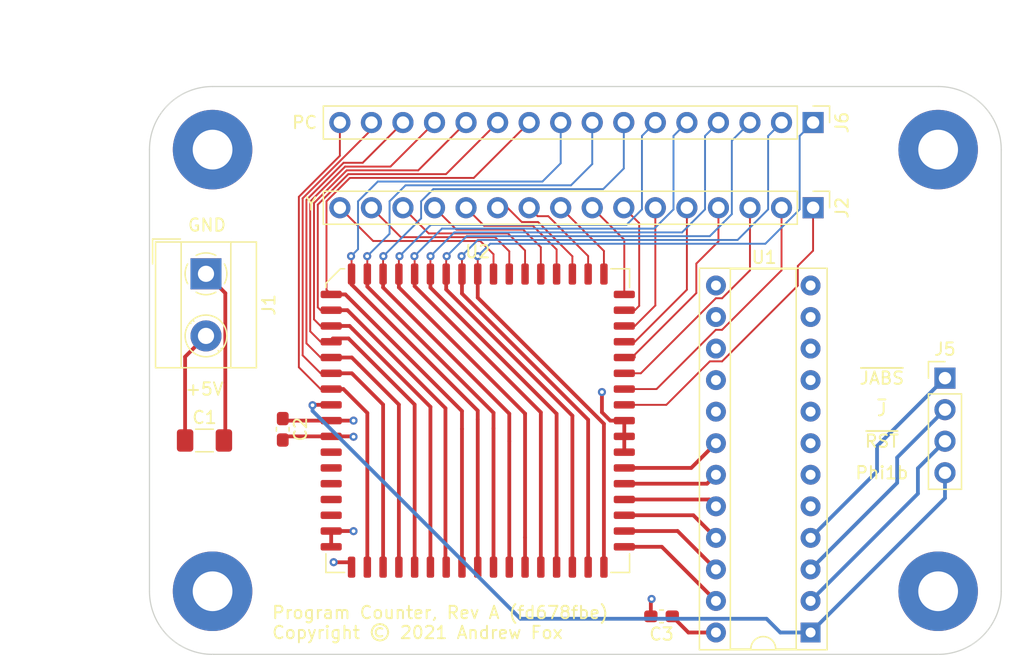
<source format=kicad_pcb>
(kicad_pcb (version 20171130) (host pcbnew "(5.1.9-0-10_14)")
  (title_block (title "Turtle16: Program Counter Prototype") (date 2021-03-31) (rev "A (fd678fbe)") (comment 4 "Prototype of the Turtle16 computer program counter"))
  (layers (0 F.Cu signal) (1 In1.Cu power hide) (2 In2.Cu signal hide) (31 B.Cu signal) (34 B.Paste user) (35 F.Paste user) (36 B.SilkS user) (37 F.SilkS user) (38 B.Mask user) (39 F.Mask user) (44 Edge.Cuts user))
  (net 0 "")
  (net 1 GND)
  (net 2 VCC)
  (net 3 Phi1b)
  (net 4 /Y_EX15)
  (net 5 /Y_EX14)
  (net 6 /Y_EX13)
  (net 7 /Y_EX12)
  (net 8 /Y_EX11)
  (net 9 /Y_EX10)
  (net 10 /Y_EX9)
  (net 11 /Y_EX8)
  (net 12 /Y_EX7)
  (net 13 /Y_EX6)
  (net 14 /Y_EX5)
  (net 15 /Y_EX4)
  (net 16 /Y_EX3)
  (net 17 /Y_EX2)
  (net 18 /Y_EX1)
  (net 19 /Y_EX0)
  (net 20 /sheet606491AF/~J)
  (net 21 /sheet606491AF/~JABS)
  (net 22 /sheet606491AF/~RST)
  (net 23 /PC15)
  (net 24 /PC14)
  (net 25 /PC13)
  (net 26 /PC12)
  (net 27 /PC11)
  (net 28 /PC10)
  (net 29 /PC9)
  (net 30 /PC8)
  (net 31 /PC7)
  (net 32 /PC6)
  (net 33 /PC5)
  (net 34 /PC4)
  (net 35 /PC3)
  (net 36 /PC2)
  (net 37 /PC1)
  (net 38 /PC0)
  (net 39 "Net-(U1-Pad23)")
  (net 40 "Net-(U1-Pad22)")
  (net 41 "Net-(U1-Pad21)")
  (net 42 "Net-(U1-Pad20)")
  (net 43 "Net-(U1-Pad19)")
  (net 44 "Net-(U1-Pad18)")
  (module Connector_PinHeader_2.54mm:PinHeader_1x04_P2.54mm_Vertical (layer F.Cu) (at 175.26 96.52)
    (fp_text reference J5 (at 0 -2.33) (layer F.SilkS))
    (fp_text value Ctl)
    (fp_line (start -1.33 -1.33) (end 0 -1.33) (layer F.SilkS) (width 0.12))
    (fp_line (start -1.33 0) (end -1.33 -1.33) (layer F.SilkS) (width 0.12))
    (fp_line (start -1.33 1.27) (end 1.33 1.27) (layer F.SilkS) (width 0.12))
    (fp_line (start 1.33 1.27) (end 1.33 8.95) (layer F.SilkS) (width 0.12))
    (fp_line (start -1.33 1.27) (end -1.33 8.95) (layer F.SilkS) (width 0.12))
    (fp_line (start -1.33 8.95) (end 1.33 8.95) (layer F.SilkS) (width 0.12))
    (pad 4 thru_hole oval (at 0 7.62) (size 1.7 1.7) (drill 1) (layers *.Cu *.Mask) (net 3 Phi1b))
    (pad 3 thru_hole oval (at 0 5.08) (size 1.7 1.7) (drill 1) (layers *.Cu *.Mask) (net 22 /sheet606491AF/~RST))
    (pad 2 thru_hole oval (at 0 2.54) (size 1.7 1.7) (drill 1) (layers *.Cu *.Mask) (net 20 /sheet606491AF/~J))
    (pad 1 thru_hole rect (at 0 0) (size 1.7 1.7) (drill 1) (layers *.Cu *.Mask) (net 21 /sheet606491AF/~JABS))
  )
  (module Package_LCC:PLCC-68_24.2x24.2mm_P1.27mm (layer F.Cu) (at 137.64 99.94)
    (fp_text reference U2 (at 0 -13.6) (layer F.SilkS))
    (fp_text value IDT7381)
    (fp_line (start -12.2258 -11.050582) (end -12.2258 -10.72) (layer F.SilkS) (width 0.12))
    (fp_line (start -11.050582 -12.2258) (end -12.2258 -11.050582) (layer F.SilkS) (width 0.12))
    (fp_line (start -10.72 -12.2258) (end -11.050582 -12.2258) (layer F.SilkS) (width 0.12))
    (fp_line (start 12.2258 12.2258) (end 12.2258 10.72) (layer F.SilkS) (width 0.12))
    (fp_line (start 10.72 12.2258) (end 12.2258 12.2258) (layer F.SilkS) (width 0.12))
    (fp_line (start -12.2258 12.2258) (end -12.2258 10.72) (layer F.SilkS) (width 0.12))
    (fp_line (start -10.72 12.2258) (end -12.2258 12.2258) (layer F.SilkS) (width 0.12))
    (fp_line (start 12.2258 -12.2258) (end 12.2258 -10.72) (layer F.SilkS) (width 0.12))
    (fp_line (start 10.72 -12.2258) (end 12.2258 -12.2258) (layer F.SilkS) (width 0.12))
    (pad 68 smd roundrect (at 1.27 -11.8) (size 0.6 1.7) (layers F.Cu F.Paste F.Mask) (net 4 /Y_EX15))
    (pad 67 smd roundrect (at 2.54 -11.8) (size 0.6 1.7) (layers F.Cu F.Paste F.Mask) (net 5 /Y_EX14))
    (pad 66 smd roundrect (at 3.81 -11.8) (size 0.6 1.7) (layers F.Cu F.Paste F.Mask) (net 6 /Y_EX13))
    (pad 65 smd roundrect (at 5.08 -11.8) (size 0.6 1.7) (layers F.Cu F.Paste F.Mask) (net 7 /Y_EX12))
    (pad 64 smd roundrect (at 6.35 -11.8) (size 0.6 1.7) (layers F.Cu F.Paste F.Mask) (net 8 /Y_EX11))
    (pad 63 smd roundrect (at 7.62 -11.8) (size 0.6 1.7) (layers F.Cu F.Paste F.Mask) (net 9 /Y_EX10))
    (pad 62 smd roundrect (at 8.89 -11.8) (size 0.6 1.7) (layers F.Cu F.Paste F.Mask) (net 10 /Y_EX9))
    (pad 61 smd roundrect (at 10.16 -11.8) (size 0.6 1.7) (layers F.Cu F.Paste F.Mask) (net 11 /Y_EX8))
    (pad 60 smd roundrect (at 11.8 -10.16) (size 1.7 0.6) (layers F.Cu F.Paste F.Mask) (net 12 /Y_EX7))
    (pad 59 smd roundrect (at 11.8 -8.89) (size 1.7 0.6) (layers F.Cu F.Paste F.Mask) (net 13 /Y_EX6))
    (pad 58 smd roundrect (at 11.8 -7.62) (size 1.7 0.6) (layers F.Cu F.Paste F.Mask) (net 14 /Y_EX5))
    (pad 57 smd roundrect (at 11.8 -6.35) (size 1.7 0.6) (layers F.Cu F.Paste F.Mask) (net 15 /Y_EX4))
    (pad 56 smd roundrect (at 11.8 -5.08) (size 1.7 0.6) (layers F.Cu F.Paste F.Mask) (net 16 /Y_EX3))
    (pad 55 smd roundrect (at 11.8 -3.81) (size 1.7 0.6) (layers F.Cu F.Paste F.Mask) (net 17 /Y_EX2))
    (pad 54 smd roundrect (at 11.8 -2.54) (size 1.7 0.6) (layers F.Cu F.Paste F.Mask) (net 18 /Y_EX1))
    (pad 53 smd roundrect (at 11.8 -1.27) (size 1.7 0.6) (layers F.Cu F.Paste F.Mask) (net 19 /Y_EX0))
    (pad 52 smd roundrect (at 11.8 0) (size 1.7 0.6) (layers F.Cu F.Paste F.Mask) (net 1 GND))
    (pad 51 smd roundrect (at 11.8 1.27) (size 1.7 0.6) (layers F.Cu F.Paste F.Mask) (net 1 GND))
    (pad 50 smd roundrect (at 11.8 2.54) (size 1.7 0.6) (layers F.Cu F.Paste F.Mask) (net 1 GND))
    (pad 49 smd roundrect (at 11.8 3.81) (size 1.7 0.6) (layers F.Cu F.Paste F.Mask) (net 44 "Net-(U1-Pad18)"))
    (pad 48 smd roundrect (at 11.8 5.08) (size 1.7 0.6) (layers F.Cu F.Paste F.Mask) (net 43 "Net-(U1-Pad19)"))
    (pad 47 smd roundrect (at 11.8 6.35) (size 1.7 0.6) (layers F.Cu F.Paste F.Mask) (net 42 "Net-(U1-Pad20)"))
    (pad 46 smd roundrect (at 11.8 7.62) (size 1.7 0.6) (layers F.Cu F.Paste F.Mask) (net 41 "Net-(U1-Pad21)"))
    (pad 45 smd roundrect (at 11.8 8.89) (size 1.7 0.6) (layers F.Cu F.Paste F.Mask) (net 40 "Net-(U1-Pad22)"))
    (pad 44 smd roundrect (at 11.8 10.16) (size 1.7 0.6) (layers F.Cu F.Paste F.Mask) (net 39 "Net-(U1-Pad23)"))
    (pad 43 smd roundrect (at 10.16 11.8) (size 0.6 1.7) (layers F.Cu F.Paste F.Mask) (net 38 /PC0))
    (pad 42 smd roundrect (at 8.89 11.8) (size 0.6 1.7) (layers F.Cu F.Paste F.Mask) (net 37 /PC1))
    (pad 41 smd roundrect (at 7.62 11.8) (size 0.6 1.7) (layers F.Cu F.Paste F.Mask) (net 36 /PC2))
    (pad 40 smd roundrect (at 6.35 11.8) (size 0.6 1.7) (layers F.Cu F.Paste F.Mask) (net 35 /PC3))
    (pad 39 smd roundrect (at 5.08 11.8) (size 0.6 1.7) (layers F.Cu F.Paste F.Mask) (net 34 /PC4))
    (pad 38 smd roundrect (at 3.81 11.8) (size 0.6 1.7) (layers F.Cu F.Paste F.Mask) (net 33 /PC5))
    (pad 37 smd roundrect (at 2.54 11.8) (size 0.6 1.7) (layers F.Cu F.Paste F.Mask) (net 32 /PC6))
    (pad 36 smd roundrect (at 1.27 11.8) (size 0.6 1.7) (layers F.Cu F.Paste F.Mask) (net 31 /PC7))
    (pad 35 smd roundrect (at 0 11.8) (size 0.6 1.7) (layers F.Cu F.Paste F.Mask) (net 30 /PC8))
    (pad 34 smd roundrect (at -1.27 11.8) (size 0.6 1.7) (layers F.Cu F.Paste F.Mask) (net 29 /PC9))
    (pad 33 smd roundrect (at -2.54 11.8) (size 0.6 1.7) (layers F.Cu F.Paste F.Mask) (net 28 /PC10))
    (pad 32 smd roundrect (at -3.81 11.8) (size 0.6 1.7) (layers F.Cu F.Paste F.Mask) (net 27 /PC11))
    (pad 31 smd roundrect (at -5.08 11.8) (size 0.6 1.7) (layers F.Cu F.Paste F.Mask) (net 26 /PC12))
    (pad 30 smd roundrect (at -6.35 11.8) (size 0.6 1.7) (layers F.Cu F.Paste F.Mask) (net 25 /PC13))
    (pad 29 smd roundrect (at -7.62 11.8) (size 0.6 1.7) (layers F.Cu F.Paste F.Mask) (net 24 /PC14))
    (pad 28 smd roundrect (at -8.89 11.8) (size 0.6 1.7) (layers F.Cu F.Paste F.Mask) (net 23 /PC15))
    (pad 27 smd roundrect (at -10.16 11.8) (size 0.6 1.7) (layers F.Cu F.Paste F.Mask) (net 1 GND))
    (pad 26 smd roundrect (at -11.8 10.16) (size 1.7 0.6) (layers F.Cu F.Paste F.Mask) (net 2 VCC))
    (pad 25 smd roundrect (at -11.8 8.89) (size 1.7 0.6) (layers F.Cu F.Paste F.Mask) (net 2 VCC))
    (pad 24 smd roundrect (at -11.8 7.62) (size 1.7 0.6) (layers F.Cu F.Paste F.Mask))
    (pad 23 smd roundrect (at -11.8 6.35) (size 1.7 0.6) (layers F.Cu F.Paste F.Mask))
    (pad 22 smd roundrect (at -11.8 5.08) (size 1.7 0.6) (layers F.Cu F.Paste F.Mask))
    (pad 21 smd roundrect (at -11.8 3.81) (size 1.7 0.6) (layers F.Cu F.Paste F.Mask))
    (pad 20 smd roundrect (at -11.8 2.54) (size 1.7 0.6) (layers F.Cu F.Paste F.Mask))
    (pad 19 smd roundrect (at -11.8 1.27) (size 1.7 0.6) (layers F.Cu F.Paste F.Mask) (net 1 GND))
    (pad 18 smd roundrect (at -11.8 0) (size 1.7 0.6) (layers F.Cu F.Paste F.Mask) (net 2 VCC))
    (pad 17 smd roundrect (at -11.8 -1.27) (size 1.7 0.6) (layers F.Cu F.Paste F.Mask) (net 3 Phi1b))
    (pad 16 smd roundrect (at -11.8 -2.54) (size 1.7 0.6) (layers F.Cu F.Paste F.Mask) (net 23 /PC15))
    (pad 15 smd roundrect (at -11.8 -3.81) (size 1.7 0.6) (layers F.Cu F.Paste F.Mask) (net 24 /PC14))
    (pad 14 smd roundrect (at -11.8 -5.08) (size 1.7 0.6) (layers F.Cu F.Paste F.Mask) (net 25 /PC13))
    (pad 13 smd roundrect (at -11.8 -6.35) (size 1.7 0.6) (layers F.Cu F.Paste F.Mask) (net 26 /PC12))
    (pad 12 smd roundrect (at -11.8 -7.62) (size 1.7 0.6) (layers F.Cu F.Paste F.Mask) (net 27 /PC11))
    (pad 11 smd roundrect (at -11.8 -8.89) (size 1.7 0.6) (layers F.Cu F.Paste F.Mask) (net 28 /PC10))
    (pad 10 smd roundrect (at -11.8 -10.16) (size 1.7 0.6) (layers F.Cu F.Paste F.Mask) (net 29 /PC9))
    (pad 9 smd roundrect (at -10.16 -11.8) (size 0.6 1.7) (layers F.Cu F.Paste F.Mask) (net 30 /PC8))
    (pad 8 smd roundrect (at -8.89 -11.8) (size 0.6 1.7) (layers F.Cu F.Paste F.Mask) (net 31 /PC7))
    (pad 7 smd roundrect (at -7.62 -11.8) (size 0.6 1.7) (layers F.Cu F.Paste F.Mask) (net 32 /PC6))
    (pad 6 smd roundrect (at -6.35 -11.8) (size 0.6 1.7) (layers F.Cu F.Paste F.Mask) (net 33 /PC5))
    (pad 5 smd roundrect (at -5.08 -11.8) (size 0.6 1.7) (layers F.Cu F.Paste F.Mask) (net 34 /PC4))
    (pad 4 smd roundrect (at -3.81 -11.8) (size 0.6 1.7) (layers F.Cu F.Paste F.Mask) (net 35 /PC3))
    (pad 3 smd roundrect (at -2.54 -11.8) (size 0.6 1.7) (layers F.Cu F.Paste F.Mask) (net 36 /PC2))
    (pad 2 smd roundrect (at -1.27 -11.8) (size 0.6 1.7) (layers F.Cu F.Paste F.Mask) (net 37 /PC1))
    (pad 1 smd roundrect (at 0 -11.8) (size 0.6 1.7) (layers F.Cu F.Paste F.Mask) (net 38 /PC0))
  )
  (module Package_DIP:DIP-24_W7.62mm_Socket (layer F.Cu) (at 164.44 117 180)
    (fp_text reference U1 (at 3.74 30.2) (layer F.SilkS))
    (fp_text value ATF22V10C-7PX)
    (fp_line (start 8.95 -1.39) (end -1.33 -1.39) (layer F.SilkS) (width 0.12))
    (fp_line (start 8.95 29.33) (end 8.95 -1.39) (layer F.SilkS) (width 0.12))
    (fp_line (start -1.33 29.33) (end 8.95 29.33) (layer F.SilkS) (width 0.12))
    (fp_line (start -1.33 -1.39) (end -1.33 29.33) (layer F.SilkS) (width 0.12))
    (fp_line (start 6.46 -1.33) (end 4.81 -1.33) (layer F.SilkS) (width 0.12))
    (fp_line (start 6.46 29.27) (end 6.46 -1.33) (layer F.SilkS) (width 0.12))
    (fp_line (start 1.16 29.27) (end 6.46 29.27) (layer F.SilkS) (width 0.12))
    (fp_line (start 1.16 -1.33) (end 1.16 29.27) (layer F.SilkS) (width 0.12))
    (fp_line (start 2.81 -1.33) (end 1.16 -1.33) (layer F.SilkS) (width 0.12))
    (fp_arc (start 3.81 -1.33) (end 2.81 -1.33) (angle -180) (layer F.SilkS) (width 0.12))
    (pad 24 thru_hole oval (at 7.62 0 180) (size 1.6 1.6) (drill 0.8) (layers *.Cu *.Mask) (net 2 VCC))
    (pad 12 thru_hole oval (at 0 27.94 180) (size 1.6 1.6) (drill 0.8) (layers *.Cu *.Mask) (net 1 GND))
    (pad 23 thru_hole oval (at 7.62 2.54 180) (size 1.6 1.6) (drill 0.8) (layers *.Cu *.Mask) (net 39 "Net-(U1-Pad23)"))
    (pad 11 thru_hole oval (at 0 25.4 180) (size 1.6 1.6) (drill 0.8) (layers *.Cu *.Mask))
    (pad 22 thru_hole oval (at 7.62 5.08 180) (size 1.6 1.6) (drill 0.8) (layers *.Cu *.Mask) (net 40 "Net-(U1-Pad22)"))
    (pad 10 thru_hole oval (at 0 22.86 180) (size 1.6 1.6) (drill 0.8) (layers *.Cu *.Mask))
    (pad 21 thru_hole oval (at 7.62 7.62 180) (size 1.6 1.6) (drill 0.8) (layers *.Cu *.Mask) (net 41 "Net-(U1-Pad21)"))
    (pad 9 thru_hole oval (at 0 20.32 180) (size 1.6 1.6) (drill 0.8) (layers *.Cu *.Mask))
    (pad 20 thru_hole oval (at 7.62 10.16 180) (size 1.6 1.6) (drill 0.8) (layers *.Cu *.Mask) (net 42 "Net-(U1-Pad20)"))
    (pad 8 thru_hole oval (at 0 17.78 180) (size 1.6 1.6) (drill 0.8) (layers *.Cu *.Mask) (net 1 GND))
    (pad 19 thru_hole oval (at 7.62 12.7 180) (size 1.6 1.6) (drill 0.8) (layers *.Cu *.Mask) (net 43 "Net-(U1-Pad19)"))
    (pad 7 thru_hole oval (at 0 15.24 180) (size 1.6 1.6) (drill 0.8) (layers *.Cu *.Mask))
    (pad 18 thru_hole oval (at 7.62 15.24 180) (size 1.6 1.6) (drill 0.8) (layers *.Cu *.Mask) (net 44 "Net-(U1-Pad18)"))
    (pad 6 thru_hole oval (at 0 12.7 180) (size 1.6 1.6) (drill 0.8) (layers *.Cu *.Mask))
    (pad 17 thru_hole oval (at 7.62 17.78 180) (size 1.6 1.6) (drill 0.8) (layers *.Cu *.Mask))
    (pad 5 thru_hole oval (at 0 10.16 180) (size 1.6 1.6) (drill 0.8) (layers *.Cu *.Mask))
    (pad 16 thru_hole oval (at 7.62 20.32 180) (size 1.6 1.6) (drill 0.8) (layers *.Cu *.Mask))
    (pad 4 thru_hole oval (at 0 7.62 180) (size 1.6 1.6) (drill 0.8) (layers *.Cu *.Mask) (net 21 /sheet606491AF/~JABS))
    (pad 15 thru_hole oval (at 7.62 22.86 180) (size 1.6 1.6) (drill 0.8) (layers *.Cu *.Mask) (net 1 GND))
    (pad 3 thru_hole oval (at 0 5.08 180) (size 1.6 1.6) (drill 0.8) (layers *.Cu *.Mask) (net 20 /sheet606491AF/~J))
    (pad 14 thru_hole oval (at 7.62 25.4 180) (size 1.6 1.6) (drill 0.8) (layers *.Cu *.Mask))
    (pad 2 thru_hole oval (at 0 2.54 180) (size 1.6 1.6) (drill 0.8) (layers *.Cu *.Mask) (net 22 /sheet606491AF/~RST))
    (pad 13 thru_hole oval (at 7.62 27.94 180) (size 1.6 1.6) (drill 0.8) (layers *.Cu *.Mask) (net 1 GND))
    (pad 1 thru_hole rect (at 0 0 180) (size 1.6 1.6) (drill 0.8) (layers *.Cu *.Mask) (net 3 Phi1b))
  )
  (module Connector_PinHeader_2.54mm:PinHeader_1x16_P2.54mm_Vertical (layer F.Cu) (at 164.64 75.94 270)
    (fp_text reference J6 (at 0 -2.33 90) (layer F.SilkS))
    (fp_text value PC (at 0 42.04 180) (layer F.SilkS) (effects (justify left)))
    (fp_line (start -1.33 -1.33) (end 0 -1.33) (layer F.SilkS) (width 0.12))
    (fp_line (start -1.33 0) (end -1.33 -1.33) (layer F.SilkS) (width 0.12))
    (fp_line (start -1.33 1.27) (end 1.33 1.27) (layer F.SilkS) (width 0.12))
    (fp_line (start 1.33 1.27) (end 1.33 39.43) (layer F.SilkS) (width 0.12))
    (fp_line (start -1.33 1.27) (end -1.33 39.43) (layer F.SilkS) (width 0.12))
    (fp_line (start -1.33 39.43) (end 1.33 39.43) (layer F.SilkS) (width 0.12))
    (pad 16 thru_hole oval (at 0 38.1 270) (size 1.7 1.7) (drill 1) (layers *.Cu *.Mask) (net 23 /PC15))
    (pad 15 thru_hole oval (at 0 35.56 270) (size 1.7 1.7) (drill 1) (layers *.Cu *.Mask) (net 24 /PC14))
    (pad 14 thru_hole oval (at 0 33.02 270) (size 1.7 1.7) (drill 1) (layers *.Cu *.Mask) (net 25 /PC13))
    (pad 13 thru_hole oval (at 0 30.48 270) (size 1.7 1.7) (drill 1) (layers *.Cu *.Mask) (net 26 /PC12))
    (pad 12 thru_hole oval (at 0 27.94 270) (size 1.7 1.7) (drill 1) (layers *.Cu *.Mask) (net 27 /PC11))
    (pad 11 thru_hole oval (at 0 25.4 270) (size 1.7 1.7) (drill 1) (layers *.Cu *.Mask) (net 28 /PC10))
    (pad 10 thru_hole oval (at 0 22.86 270) (size 1.7 1.7) (drill 1) (layers *.Cu *.Mask) (net 29 /PC9))
    (pad 9 thru_hole oval (at 0 20.32 270) (size 1.7 1.7) (drill 1) (layers *.Cu *.Mask) (net 30 /PC8))
    (pad 8 thru_hole oval (at 0 17.78 270) (size 1.7 1.7) (drill 1) (layers *.Cu *.Mask) (net 31 /PC7))
    (pad 7 thru_hole oval (at 0 15.24 270) (size 1.7 1.7) (drill 1) (layers *.Cu *.Mask) (net 32 /PC6))
    (pad 6 thru_hole oval (at 0 12.7 270) (size 1.7 1.7) (drill 1) (layers *.Cu *.Mask) (net 33 /PC5))
    (pad 5 thru_hole oval (at 0 10.16 270) (size 1.7 1.7) (drill 1) (layers *.Cu *.Mask) (net 34 /PC4))
    (pad 4 thru_hole oval (at 0 7.62 270) (size 1.7 1.7) (drill 1) (layers *.Cu *.Mask) (net 35 /PC3))
    (pad 3 thru_hole oval (at 0 5.08 270) (size 1.7 1.7) (drill 1) (layers *.Cu *.Mask) (net 36 /PC2))
    (pad 2 thru_hole oval (at 0 2.54 270) (size 1.7 1.7) (drill 1) (layers *.Cu *.Mask) (net 37 /PC1))
    (pad 1 thru_hole rect (at 0 0 270) (size 1.7 1.7) (drill 1) (layers *.Cu *.Mask) (net 38 /PC0))
  )
  (module Connector_PinHeader_2.54mm:PinHeader_1x16_P2.54mm_Vertical (layer F.Cu) (at 164.64 82.8 270)
    (fp_text reference J2 (at 0 -2.33 90) (layer F.SilkS))
    (fp_text value Y (at -0.3 40.94 180) (layer F.SilkS) (effects (justify left)))
    (fp_line (start -1.33 -1.33) (end 0 -1.33) (layer F.SilkS) (width 0.12))
    (fp_line (start -1.33 0) (end -1.33 -1.33) (layer F.SilkS) (width 0.12))
    (fp_line (start -1.33 1.27) (end 1.33 1.27) (layer F.SilkS) (width 0.12))
    (fp_line (start 1.33 1.27) (end 1.33 39.43) (layer F.SilkS) (width 0.12))
    (fp_line (start -1.33 1.27) (end -1.33 39.43) (layer F.SilkS) (width 0.12))
    (fp_line (start -1.33 39.43) (end 1.33 39.43) (layer F.SilkS) (width 0.12))
    (pad 16 thru_hole oval (at 0 38.1 270) (size 1.7 1.7) (drill 1) (layers *.Cu *.Mask) (net 4 /Y_EX15))
    (pad 15 thru_hole oval (at 0 35.56 270) (size 1.7 1.7) (drill 1) (layers *.Cu *.Mask) (net 5 /Y_EX14))
    (pad 14 thru_hole oval (at 0 33.02 270) (size 1.7 1.7) (drill 1) (layers *.Cu *.Mask) (net 6 /Y_EX13))
    (pad 13 thru_hole oval (at 0 30.48 270) (size 1.7 1.7) (drill 1) (layers *.Cu *.Mask) (net 7 /Y_EX12))
    (pad 12 thru_hole oval (at 0 27.94 270) (size 1.7 1.7) (drill 1) (layers *.Cu *.Mask) (net 8 /Y_EX11))
    (pad 11 thru_hole oval (at 0 25.4 270) (size 1.7 1.7) (drill 1) (layers *.Cu *.Mask) (net 9 /Y_EX10))
    (pad 10 thru_hole oval (at 0 22.86 270) (size 1.7 1.7) (drill 1) (layers *.Cu *.Mask) (net 10 /Y_EX9))
    (pad 9 thru_hole oval (at 0 20.32 270) (size 1.7 1.7) (drill 1) (layers *.Cu *.Mask) (net 11 /Y_EX8))
    (pad 8 thru_hole oval (at 0 17.78 270) (size 1.7 1.7) (drill 1) (layers *.Cu *.Mask) (net 12 /Y_EX7))
    (pad 7 thru_hole oval (at 0 15.24 270) (size 1.7 1.7) (drill 1) (layers *.Cu *.Mask) (net 13 /Y_EX6))
    (pad 6 thru_hole oval (at 0 12.7 270) (size 1.7 1.7) (drill 1) (layers *.Cu *.Mask) (net 14 /Y_EX5))
    (pad 5 thru_hole oval (at 0 10.16 270) (size 1.7 1.7) (drill 1) (layers *.Cu *.Mask) (net 15 /Y_EX4))
    (pad 4 thru_hole oval (at 0 7.62 270) (size 1.7 1.7) (drill 1) (layers *.Cu *.Mask) (net 16 /Y_EX3))
    (pad 3 thru_hole oval (at 0 5.08 270) (size 1.7 1.7) (drill 1) (layers *.Cu *.Mask) (net 17 /Y_EX2))
    (pad 2 thru_hole oval (at 0 2.54 270) (size 1.7 1.7) (drill 1) (layers *.Cu *.Mask) (net 18 /Y_EX1))
    (pad 1 thru_hole rect (at 0 0 270) (size 1.7 1.7) (drill 1) (layers *.Cu *.Mask) (net 19 /Y_EX0))
  )
  (module Capacitor_SMD:C_0603_1608Metric_Pad1.08x0.95mm_HandSolder (layer F.Cu) (at 152.44 115.7 180)
    (fp_text reference C3 (at 0 -1.43) (layer F.SilkS))
    (fp_text value 100nF)
    (fp_line (start -0.146267 0.51) (end 0.146267 0.51) (layer F.SilkS) (width 0.12))
    (fp_line (start -0.146267 -0.51) (end 0.146267 -0.51) (layer F.SilkS) (width 0.12))
    (pad 2 smd roundrect (at 0.8625 0 180) (size 1.075 0.95) (layers F.Cu F.Paste F.Mask) (net 1 GND))
    (pad 1 smd roundrect (at -0.8625 0 180) (size 1.075 0.95) (layers F.Cu F.Paste F.Mask) (net 2 VCC))
  )
  (module Capacitor_SMD:C_0603_1608Metric_Pad1.08x0.95mm_HandSolder (layer F.Cu) (at 121.94 100.64 270)
    (fp_text reference C2 (at 0 -1.43 270) (layer F.SilkS))
    (fp_text value 100nF)
    (fp_line (start -0.146267 0.51) (end 0.146267 0.51) (layer F.SilkS) (width 0.12))
    (fp_line (start -0.146267 -0.51) (end 0.146267 -0.51) (layer F.SilkS) (width 0.12))
    (pad 2 smd roundrect (at 0.8625 0 270) (size 1.075 0.95) (layers F.Cu F.Paste F.Mask) (net 1 GND))
    (pad 1 smd roundrect (at -0.8625 0 270) (size 1.075 0.95) (layers F.Cu F.Paste F.Mask) (net 2 VCC))
  )
  (module TerminalBlock_MetzConnect:TerminalBlock_MetzConnect_Type055_RT01502HDWU_1x02_P5.00mm_Horizontal (layer F.Cu) (at 115.76 88.12 270)
    (fp_text reference J1 (at 2.5 -5.06 90) (layer F.SilkS))
    (fp_text value Screw_Terminal_01x02)
    (fp_circle (center 5 0) (end 6.68 0) (layer F.SilkS) (width 0.12))
    (fp_line (start -2.56 2) (end 7.56 2) (layer F.SilkS) (width 0.12))
    (fp_line (start -2.56 -2) (end 7.56 -2) (layer F.SilkS) (width 0.12))
    (fp_line (start -2.56 -4.06) (end 7.56 -4.06) (layer F.SilkS) (width 0.12))
    (fp_line (start -2.56 4.06) (end 7.56 4.06) (layer F.SilkS) (width 0.12))
    (fp_line (start -2.56 -4.06) (end -2.56 4.06) (layer F.SilkS) (width 0.12))
    (fp_line (start 7.56 -4.06) (end 7.56 4.06) (layer F.SilkS) (width 0.12))
    (fp_line (start 6.275 -1.069) (end 6.181 -0.976) (layer F.SilkS) (width 0.12))
    (fp_line (start 3.99 1.216) (end 3.931 1.274) (layer F.SilkS) (width 0.12))
    (fp_line (start 6.07 -1.275) (end 6.011 -1.216) (layer F.SilkS) (width 0.12))
    (fp_line (start 3.82 0.976) (end 3.726 1.069) (layer F.SilkS) (width 0.12))
    (fp_line (start -2.8 2.06) (end -2.8 4.3) (layer F.SilkS) (width 0.12))
    (fp_line (start -2.8 4.3) (end -0.8 4.3) (layer F.SilkS) (width 0.12))
    (fp_arc (start 0 0) (end 0 1.68) (angle -28) (layer F.SilkS) (width 0.12))
    (fp_arc (start 0 0) (end 1.484 0.789) (angle -56) (layer F.SilkS) (width 0.12))
    (fp_arc (start 0 0) (end 0.789 -1.484) (angle -56) (layer F.SilkS) (width 0.12))
    (fp_arc (start 0 0) (end -1.484 -0.789) (angle -56) (layer F.SilkS) (width 0.12))
    (fp_arc (start 0 0) (end -0.789 1.484) (angle -29) (layer F.SilkS) (width 0.12))
    (pad 1 thru_hole rect (at 0 0 270) (size 2.5 2.5) (drill 1.3) (layers *.Cu *.Mask) (net 1 GND))
    (pad 2 thru_hole circle (at 5 0 270) (size 2.5 2.5) (drill 1.3) (layers *.Cu *.Mask) (net 2 VCC))
  )
  (module MountingHole:MountingHole_3.2mm_M3_Pad (layer F.Cu) (at 116.29 113.68)
    (fp_text reference H4 hide)
    (fp_text value MountingHole_Pad)
    (pad 1 thru_hole circle (at 0 0) (size 6.4 6.4) (drill 3.2) (layers *.Cu *.Mask) (net 1 GND))
  )
  (module MountingHole:MountingHole_3.2mm_M3_Pad (layer F.Cu) (at 174.71 113.68)
    (fp_text reference H3 hide)
    (fp_text value MountingHole_Pad)
    (pad 1 thru_hole circle (at 0 0) (size 6.4 6.4) (drill 3.2) (layers *.Cu *.Mask) (net 1 GND))
  )
  (module MountingHole:MountingHole_3.2mm_M3_Pad (layer F.Cu) (at 174.71 78.12)
    (fp_text reference H2 hide)
    (fp_text value MountingHole_Pad)
    (pad 1 thru_hole circle (at 0 0) (size 6.4 6.4) (drill 3.2) (layers *.Cu *.Mask) (net 1 GND))
  )
  (module MountingHole:MountingHole_3.2mm_M3_Pad (layer F.Cu) (at 116.29 78.12)
    (fp_text reference H1 hide)
    (fp_text value MountingHole_Pad)
    (pad 1 thru_hole circle (at 0 0) (size 6.4 6.4) (drill 3.2) (layers *.Cu *.Mask) (net 1 GND))
  )
  (module Capacitor_SMD:C_1206_3216Metric_Pad1.33x1.80mm_HandSolder (layer F.Cu) (at 115.64 101.54)
    (fp_text reference C1 (at 0 -1.85) (layer F.SilkS))
    (fp_text value 100µF)
    (fp_line (start -0.711252 -0.91) (end 0.711252 -0.91) (layer F.SilkS) (width 0.12))
    (fp_line (start -0.711252 0.91) (end 0.711252 0.91) (layer F.SilkS) (width 0.12))
    (pad 1 smd roundrect (at -1.5625 0) (size 1.325 1.8) (layers F.Cu F.Paste F.Mask) (roundrect_rratio 0.1886769811320755) (net 2 VCC))
    (pad 2 smd roundrect (at 1.5625 0) (size 1.325 1.8) (layers F.Cu F.Paste F.Mask) (roundrect_rratio 0.1886769811320755) (net 1 GND))
  )
  (gr_text Phi1b (at 170.18 104.14) (layer F.SilkS) (effects (font (size 1 1))))
  (gr_text ~RST (at 170.18 101.6) (layer F.SilkS) (effects (font (size 1 1))))
  (gr_text ~J (at 170.18 99.06) (layer F.SilkS) (effects (font (size 1 1))))
  (gr_text ~JABS (at 170.18 96.52) (layer F.SilkS) (effects (font (size 1 1))))
  (gr_text GND (at 115.84 84.2) (layer F.SilkS) (effects (font (size 1 1))))
  (gr_text +5V (at 115.64 97.4) (layer F.SilkS) (effects (font (size 1 1))))
  (gr_text "Program Counter, Rev A (fd678fbe)\nCopyright © 2021 Andrew Fox" (at 121 116.2) (layer F.SilkS) (effects (font (size 1 1)) (justify left)))
  (gr_line (start 116.29 118.76) (end 174.71 118.76) (layer Edge.Cuts) (width 0.1))
  (gr_line (start 111.21 78.12) (end 111.21 113.68) (layer Edge.Cuts) (width 0.1))
  (gr_line (start 174.71 73.04) (end 116.29 73.04) (layer Edge.Cuts) (width 0.1))
  (gr_line (start 179.79 113.68) (end 179.79 78.12) (layer Edge.Cuts) (width 0.1))
  (gr_arc (start 116.29 78.12) (end 116.29 73.04) (angle -90) (layer Edge.Cuts) (width 0.1))
  (gr_arc (start 116.29 113.68) (end 111.21 113.68) (angle -90) (layer Edge.Cuts) (width 0.1))
  (gr_arc (start 174.71 113.68) (end 174.71 118.76) (angle -90) (layer Edge.Cuts) (width 0.1))
  (gr_arc (start 174.71 78.12) (end 179.79 78.12) (angle -90) (layer Edge.Cuts) (width 0.1))
  (via (at 147.64 97.64) (size 0.65) (drill 0.3) (layers F.Cu B.Cu) (net 1))
  (via (at 126.04 111.34) (size 0.65) (drill 0.3) (layers F.Cu B.Cu) (net 1))
  (segment (start 126.0465 111.3465) (end 126.04 111.34) (width 0.3048) (layer F.Cu) (net 1))
  (segment (start 127.48 111.3465) (end 126.0465 111.3465) (width 0.3048) (layer F.Cu) (net 1))
  (segment (start 122.2325 101.21) (end 121.94 101.5025) (width 0.3048) (layer F.Cu) (net 1))
  (segment (start 125.84 101.21) (end 122.2325 101.21) (width 0.3048) (layer F.Cu) (net 1))
  (via (at 127.64 101.24) (size 0.65) (drill 0.3) (layers F.Cu B.Cu) (net 1))
  (segment (start 125.84 101.21) (end 127.61 101.21) (width 0.3048) (layer F.Cu) (net 1))
  (segment (start 127.61 101.21) (end 127.64 101.24) (width 0.3048) (layer F.Cu) (net 1))
  (segment (start 149.44 102.48) (end 149.44 99.94) (width 0.3048) (layer F.Cu) (net 1))
  (segment (start 147.64 99.2688) (end 147.64 97.64) (width 0.3048) (layer F.Cu) (net 1))
  (segment (start 148.3112 99.94) (end 147.64 99.2688) (width 0.3048) (layer F.Cu) (net 1))
  (segment (start 149.44 99.94) (end 148.3112 99.94) (width 0.3048) (layer F.Cu) (net 1))
  (segment (start 117.314801 89.674801) (end 117.314801 101.427699) (width 0.3048) (layer F.Cu) (net 1))
  (segment (start 117.314801 101.427699) (end 117.2025 101.54) (width 0.3048) (layer F.Cu) (net 1))
  (segment (start 115.76 88.12) (end 117.314801 89.674801) (width 0.3048) (layer F.Cu) (net 1))
  (via (at 151.64 114.3) (size 0.65) (drill 0.3) (layers F.Cu B.Cu) (net 1))
  (segment (start 151.5775 114.3625) (end 151.64 114.3) (width 0.3048) (layer F.Cu) (net 1))
  (segment (start 151.5775 115.7) (end 151.5775 114.3625) (width 0.3048) (layer F.Cu) (net 1))
  (via (at 127.64 99.94) (size 0.65) (drill 0.3) (layers F.Cu B.Cu) (net 2))
  (segment (start 125.84 99.94) (end 127.64 99.94) (width 0.3048) (layer F.Cu) (net 2))
  (segment (start 122.1025 99.94) (end 121.94 99.7775) (width 0.3048) (layer F.Cu) (net 2))
  (segment (start 125.84 99.94) (end 122.1025 99.94) (width 0.3048) (layer F.Cu) (net 2))
  (segment (start 125.84 110.1) (end 125.84 108.83) (width 0.3048) (layer F.Cu) (net 2))
  (via (at 127.64 108.84) (size 0.65) (drill 0.3) (layers F.Cu B.Cu) (net 2))
  (segment (start 127.63 108.83) (end 127.64 108.84) (width 0.3048) (layer F.Cu) (net 2))
  (segment (start 125.84 108.83) (end 127.63 108.83) (width 0.3048) (layer F.Cu) (net 2))
  (segment (start 114.0775 94.8025) (end 115.76 93.12) (width 0.3048) (layer F.Cu) (net 2))
  (segment (start 114.0775 101.54) (end 114.0775 94.8025) (width 0.3048) (layer F.Cu) (net 2))
  (segment (start 154.6025 117) (end 153.3025 115.7) (width 0.3048) (layer F.Cu) (net 2))
  (segment (start 156.82 117) (end 154.6025 117) (width 0.3048) (layer F.Cu) (net 2))
  (via (at 124.34 98.7) (size 0.65) (drill 0.3) (layers F.Cu B.Cu) (net 3))
  (segment (start 124.37 98.67) (end 124.34 98.7) (width 0.3048) (layer F.Cu) (net 3))
  (segment (start 125.84 98.67) (end 124.37 98.67) (width 0.3048) (layer F.Cu) (net 3))
  (segment (start 175.26 106.18) (end 175.26 104.14) (width 0.3048) (layer B.Cu) (net 3))
  (segment (start 164.44 117) (end 175.26 106.18) (width 0.3048) (layer B.Cu) (net 3))
  (segment (start 124.34 99.159619) (end 124.34 98.7) (width 0.3048) (layer B.Cu) (net 3))
  (segment (start 160.895199 115.895199) (end 141.075581 115.895199) (width 0.3048) (layer B.Cu) (net 3))
  (segment (start 141.075581 115.895199) (end 124.34 99.159619) (width 0.3048) (layer B.Cu) (net 3))
  (segment (start 162 117) (end 160.895199 115.895199) (width 0.3048) (layer B.Cu) (net 3))
  (segment (start 164.44 117) (end 162 117) (width 0.3048) (layer B.Cu) (net 3))
  (segment (start 138.91 88.14) (end 138.91 86.546332) (width 0.1524) (layer F.Cu) (net 4))
  (segment (start 138.91 86.546332) (end 137.84 85.476332) (width 0.1524) (layer F.Cu) (net 4))
  (segment (start 129.216332 85.476332) (end 126.54 82.8) (width 0.1524) (layer F.Cu) (net 4))
  (segment (start 137.84 85.476332) (end 129.216332 85.476332) (width 0.1524) (layer F.Cu) (net 4))
  (segment (start 140.18 88.14) (end 140.18 86.311522) (width 0.1524) (layer F.Cu) (net 5))
  (segment (start 140.18 86.311522) (end 139.04 85.171522) (width 0.1524) (layer F.Cu) (net 5))
  (segment (start 131.451522 85.171522) (end 129.08 82.8) (width 0.1524) (layer F.Cu) (net 5))
  (segment (start 139.04 85.171522) (end 131.451522 85.171522) (width 0.1524) (layer F.Cu) (net 5))
  (segment (start 133.686712 84.866712) (end 131.62 82.8) (width 0.1524) (layer F.Cu) (net 6))
  (segment (start 141.45 86.243424) (end 140.073288 84.866712) (width 0.1524) (layer F.Cu) (net 6))
  (segment (start 141.45 88.14) (end 141.45 86.243424) (width 0.1524) (layer F.Cu) (net 6))
  (segment (start 140.073288 84.866712) (end 133.686712 84.866712) (width 0.1524) (layer F.Cu) (net 6))
  (segment (start 135.921902 84.561902) (end 134.16 82.8) (width 0.1524) (layer F.Cu) (net 7))
  (segment (start 142.72 88.14) (end 142.72 85.98) (width 0.1524) (layer F.Cu) (net 7))
  (segment (start 142.72 85.98) (end 141.301902 84.561902) (width 0.1524) (layer F.Cu) (net 7))
  (segment (start 141.301902 84.561902) (end 135.921902 84.561902) (width 0.1524) (layer F.Cu) (net 7))
  (segment (start 138.157092 84.257092) (end 136.7 82.8) (width 0.1524) (layer F.Cu) (net 8))
  (segment (start 143.99 86.164184) (end 142.082908 84.257092) (width 0.1524) (layer F.Cu) (net 8))
  (segment (start 143.99 88.14) (end 143.99 86.164184) (width 0.1524) (layer F.Cu) (net 8))
  (segment (start 142.082908 84.257092) (end 138.157092 84.257092) (width 0.1524) (layer F.Cu) (net 8))
  (segment (start 140.035436 82.8) (end 139.24 82.8) (width 0.1524) (layer F.Cu) (net 9))
  (segment (start 145.26 88.14) (end 145.26 86.711066) (width 0.1524) (layer F.Cu) (net 9))
  (segment (start 142.501216 83.952282) (end 141.187718 83.952282) (width 0.1524) (layer F.Cu) (net 9))
  (segment (start 145.26 86.711066) (end 142.501216 83.952282) (width 0.1524) (layer F.Cu) (net 9))
  (segment (start 141.187718 83.952282) (end 140.035436 82.8) (width 0.1524) (layer F.Cu) (net 9))
  (segment (start 146.53 88.14) (end 146.53 86.69) (width 0.1524) (layer F.Cu) (net 10))
  (segment (start 143.32 83.48) (end 142.46 83.48) (width 0.1524) (layer F.Cu) (net 10))
  (segment (start 146.53 86.69) (end 143.32 83.48) (width 0.1524) (layer F.Cu) (net 10))
  (segment (start 142.46 83.48) (end 141.78 82.8) (width 0.1524) (layer F.Cu) (net 10))
  (segment (start 147.8 86.28) (end 144.32 82.8) (width 0.1524) (layer F.Cu) (net 11))
  (segment (start 147.8 88.14) (end 147.8 86.28) (width 0.1524) (layer F.Cu) (net 11))
  (segment (start 149.44 85.38) (end 146.86 82.8) (width 0.1524) (layer F.Cu) (net 12))
  (segment (start 149.44 89.78) (end 149.44 85.38) (width 0.1524) (layer F.Cu) (net 12))
  (segment (start 150.29 91.05) (end 150.64 90.7) (width 0.1524) (layer F.Cu) (net 13))
  (segment (start 149.44 91.05) (end 150.29 91.05) (width 0.1524) (layer F.Cu) (net 13))
  (segment (start 150.64 84.04) (end 149.4 82.8) (width 0.1524) (layer F.Cu) (net 13))
  (segment (start 150.64 90.7) (end 150.64 84.04) (width 0.1524) (layer F.Cu) (net 13))
  (segment (start 151.94 90.67) (end 151.94 82.8) (width 0.1524) (layer F.Cu) (net 14))
  (segment (start 150.29 92.32) (end 151.94 90.67) (width 0.1524) (layer F.Cu) (net 14))
  (segment (start 149.44 92.32) (end 150.29 92.32) (width 0.1524) (layer F.Cu) (net 14))
  (segment (start 154.48 89.4) (end 154.48 82.8) (width 0.1524) (layer F.Cu) (net 15))
  (segment (start 150.29 93.59) (end 154.48 89.4) (width 0.1524) (layer F.Cu) (net 15))
  (segment (start 149.44 93.59) (end 150.29 93.59) (width 0.1524) (layer F.Cu) (net 15))
  (segment (start 157.02 85.52) (end 157.02 82.8) (width 0.1524) (layer F.Cu) (net 16))
  (segment (start 155.24 87.3) (end 157.02 85.52) (width 0.1524) (layer F.Cu) (net 16))
  (segment (start 155.24 89.668934) (end 155.24 87.3) (width 0.1524) (layer F.Cu) (net 16))
  (segment (start 149.44 94.86) (end 150.28 94.86) (width 0.1524) (layer F.Cu) (net 16))
  (segment (start 150.28 94.628934) (end 155.24 89.668934) (width 0.1524) (layer F.Cu) (net 16))
  (segment (start 150.28 94.86) (end 150.28 94.628934) (width 0.1524) (layer F.Cu) (net 16))
  (segment (start 159.56 87.84233) (end 159.56 82.8) (width 0.1524) (layer F.Cu) (net 17))
  (segment (start 156.811399 90.088601) (end 157.313729 90.088601) (width 0.1524) (layer F.Cu) (net 17))
  (segment (start 150.77 96.13) (end 156.811399 90.088601) (width 0.1524) (layer F.Cu) (net 17))
  (segment (start 157.313729 90.088601) (end 159.56 87.84233) (width 0.1524) (layer F.Cu) (net 17))
  (segment (start 149.44 96.13) (end 150.77 96.13) (width 0.1524) (layer F.Cu) (net 17))
  (segment (start 157.313729 92.628601) (end 162.1 87.84233) (width 0.1524) (layer F.Cu) (net 18))
  (segment (start 162.1 87.84233) (end 162.1 82.8) (width 0.1524) (layer F.Cu) (net 18))
  (segment (start 152.03767 97.4) (end 156.809069 92.628601) (width 0.1524) (layer F.Cu) (net 18))
  (segment (start 156.809069 92.628601) (end 157.313729 92.628601) (width 0.1524) (layer F.Cu) (net 18))
  (segment (start 149.44 97.4) (end 152.03767 97.4) (width 0.1524) (layer F.Cu) (net 18))
  (segment (start 163.411399 89.070931) (end 163.411399 87.488601) (width 0.1524) (layer F.Cu) (net 19))
  (segment (start 156.326271 95.168601) (end 157.313729 95.168601) (width 0.1524) (layer F.Cu) (net 19))
  (segment (start 152.824872 98.67) (end 156.326271 95.168601) (width 0.1524) (layer F.Cu) (net 19))
  (segment (start 157.313729 95.168601) (end 163.411399 89.070931) (width 0.1524) (layer F.Cu) (net 19))
  (segment (start 149.44 98.67) (end 152.824872 98.67) (width 0.1524) (layer F.Cu) (net 19))
  (segment (start 164.64 86.26) (end 164.64 82.8) (width 0.1524) (layer F.Cu) (net 19))
  (segment (start 163.411399 87.488601) (end 164.64 86.26) (width 0.1524) (layer F.Cu) (net 19))
  (segment (start 171.41 104.95) (end 171.41 102.91) (width 0.3048) (layer B.Cu) (net 20))
  (segment (start 164.44 111.92) (end 171.41 104.95) (width 0.3048) (layer B.Cu) (net 20))
  (segment (start 171.41 102.91) (end 175.26 99.06) (width 0.3048) (layer B.Cu) (net 20))
  (segment (start 169.79 104.03) (end 169.79 101.99) (width 0.3048) (layer B.Cu) (net 21))
  (segment (start 164.44 109.38) (end 169.79 104.03) (width 0.3048) (layer B.Cu) (net 21))
  (segment (start 169.79 101.99) (end 175.26 96.52) (width 0.3048) (layer B.Cu) (net 21))
  (segment (start 173.08 105.82) (end 173.08 103.78) (width 0.3048) (layer B.Cu) (net 22))
  (segment (start 164.44 114.46) (end 173.08 105.82) (width 0.3048) (layer B.Cu) (net 22))
  (segment (start 173.08 103.78) (end 175.26 101.6) (width 0.3048) (layer B.Cu) (net 22))
  (segment (start 128.75 111.3465) (end 128.75 99.325358) (width 0.3048) (layer F.Cu) (net 23))
  (segment (start 125.84 97.4) (end 126.824642 97.4) (width 0.3048) (layer F.Cu) (net 23))
  (segment (start 126.824642 97.4) (end 127.082321 97.657679) (width 0.3048) (layer F.Cu) (net 23))
  (segment (start 128.75 99.325358) (end 127.082321 97.657679) (width 0.3048) (layer F.Cu) (net 23))
  (segment (start 124.99 97.4) (end 123.237344 95.647344) (width 0.1524) (layer F.Cu) (net 23))
  (segment (start 125.84 97.4) (end 124.99 97.4) (width 0.1524) (layer F.Cu) (net 23))
  (segment (start 123.237344 95.647344) (end 123.237345 81.919929) (width 0.1524) (layer F.Cu) (net 23))
  (segment (start 126.54 78.617274) (end 126.54 75.94) (width 0.1524) (layer F.Cu) (net 23))
  (segment (start 123.237345 81.919929) (end 126.54 78.617274) (width 0.1524) (layer F.Cu) (net 23))
  (segment (start 130.02 98.6492) (end 130.02 111.3465) (width 0.3048) (layer F.Cu) (net 24))
  (segment (start 127.5008 96.13) (end 127.6054 96.2346) (width 0.3048) (layer F.Cu) (net 24))
  (segment (start 125.84 96.13) (end 127.5008 96.13) (width 0.3048) (layer F.Cu) (net 24))
  (segment (start 127.6054 96.2346) (end 130.02 98.6492) (width 0.3048) (layer F.Cu) (net 24))
  (segment (start 123.542154 94.682154) (end 123.542154 82.046186) (width 0.1524) (layer F.Cu) (net 24))
  (segment (start 124.99 96.13) (end 123.542154 94.682154) (width 0.1524) (layer F.Cu) (net 24))
  (segment (start 125.84 96.13) (end 124.99 96.13) (width 0.1524) (layer F.Cu) (net 24))
  (segment (start 129.08 76.50834) (end 129.08 75.94) (width 0.1524) (layer F.Cu) (net 24))
  (segment (start 123.542154 82.046186) (end 129.08 76.50834) (width 0.1524) (layer F.Cu) (net 24))
  (segment (start 131.29 98.6492) (end 131.29 111.3465) (width 0.3048) (layer F.Cu) (net 25))
  (segment (start 125.84 94.86) (end 127.5008 94.86) (width 0.3048) (layer F.Cu) (net 25))
  (segment (start 127.5008 94.86) (end 128.0904 95.4496) (width 0.3048) (layer F.Cu) (net 25))
  (segment (start 128.0904 95.4496) (end 131.29 98.6492) (width 0.3048) (layer F.Cu) (net 25))
  (segment (start 123.846962 93.716962) (end 123.846963 82.172443) (width 0.1524) (layer F.Cu) (net 25))
  (segment (start 123.846963 82.172443) (end 126.838646 79.18076) (width 0.1524) (layer F.Cu) (net 25))
  (segment (start 124.99 94.86) (end 123.846962 93.716962) (width 0.1524) (layer F.Cu) (net 25))
  (segment (start 125.84 94.86) (end 124.99 94.86) (width 0.1524) (layer F.Cu) (net 25))
  (segment (start 128.37924 79.18076) (end 131.62 75.94) (width 0.1524) (layer F.Cu) (net 25))
  (segment (start 126.838646 79.18076) (end 128.37924 79.18076) (width 0.1524) (layer F.Cu) (net 25))
  (segment (start 132.56 98.6492) (end 132.56 111.3465) (width 0.3048) (layer F.Cu) (net 26))
  (segment (start 127.2348 93.324) (end 132.56 98.6492) (width 0.3048) (layer F.Cu) (net 26))
  (segment (start 125.9675 93.324) (end 127.2348 93.324) (width 0.3048) (layer F.Cu) (net 26))
  (segment (start 124.151772 82.2987) (end 126.964902 79.48557) (width 0.1524) (layer F.Cu) (net 26))
  (segment (start 124.151772 92.751772) (end 124.151772 82.2987) (width 0.1524) (layer F.Cu) (net 26))
  (segment (start 124.99 93.59) (end 124.151772 92.751772) (width 0.1524) (layer F.Cu) (net 26))
  (segment (start 125.84 93.59) (end 124.99 93.59) (width 0.1524) (layer F.Cu) (net 26))
  (segment (start 130.61443 79.48557) (end 134.16 75.94) (width 0.1524) (layer F.Cu) (net 26))
  (segment (start 126.964902 79.48557) (end 130.61443 79.48557) (width 0.1524) (layer F.Cu) (net 26))
  (segment (start 133.83 98.83) (end 133.83 111.3465) (width 0.3048) (layer F.Cu) (net 27))
  (segment (start 125.84 92.32) (end 127.32 92.32) (width 0.3048) (layer F.Cu) (net 27))
  (segment (start 127.32 92.32) (end 127.57 92.57) (width 0.3048) (layer F.Cu) (net 27))
  (segment (start 127.57 92.57) (end 133.83 98.83) (width 0.3048) (layer F.Cu) (net 27))
  (segment (start 124.456581 82.424957) (end 127.091158 79.79038) (width 0.1524) (layer F.Cu) (net 27))
  (segment (start 124.99 92.32) (end 124.45658 91.78658) (width 0.1524) (layer F.Cu) (net 27))
  (segment (start 124.45658 91.78658) (end 124.456581 82.424957) (width 0.1524) (layer F.Cu) (net 27))
  (segment (start 125.84 92.32) (end 124.99 92.32) (width 0.1524) (layer F.Cu) (net 27))
  (segment (start 132.84962 79.79038) (end 136.7 75.94) (width 0.1524) (layer F.Cu) (net 27))
  (segment (start 127.091158 79.79038) (end 132.84962 79.79038) (width 0.1524) (layer F.Cu) (net 27))
  (segment (start 135.04 111.2865) (end 135.1 111.3465) (width 0.3048) (layer F.Cu) (net 28))
  (segment (start 135.04 98.94) (end 135.04 111.2865) (width 0.3048) (layer F.Cu) (net 28))
  (segment (start 127.15 91.05) (end 127.82 91.72) (width 0.3048) (layer F.Cu) (net 28))
  (segment (start 125.84 91.05) (end 127.15 91.05) (width 0.3048) (layer F.Cu) (net 28))
  (segment (start 127.82 91.72) (end 135.04 98.94) (width 0.3048) (layer F.Cu) (net 28))
  (segment (start 124.76139 82.551214) (end 127.217414 80.09519) (width 0.1524) (layer F.Cu) (net 28))
  (segment (start 124.76139 90.82139) (end 124.76139 82.551214) (width 0.1524) (layer F.Cu) (net 28))
  (segment (start 124.99 91.05) (end 124.76139 90.82139) (width 0.1524) (layer F.Cu) (net 28))
  (segment (start 125.84 91.05) (end 124.99 91.05) (width 0.1524) (layer F.Cu) (net 28))
  (segment (start 135.08481 80.09519) (end 139.24 75.94) (width 0.1524) (layer F.Cu) (net 28))
  (segment (start 127.217414 80.09519) (end 135.08481 80.09519) (width 0.1524) (layer F.Cu) (net 28))
  (segment (start 136.37 99.17) (end 136.37 100.61) (width 0.3048) (layer F.Cu) (net 29))
  (segment (start 136.37 100.61) (end 136.37 111.3465) (width 0.3048) (layer F.Cu) (net 29))
  (segment (start 126.98 89.78) (end 127.22 90.02) (width 0.3048) (layer F.Cu) (net 29))
  (segment (start 125.84 89.78) (end 126.98 89.78) (width 0.3048) (layer F.Cu) (net 29))
  (segment (start 127.22 90.02) (end 136.37 99.17) (width 0.3048) (layer F.Cu) (net 29))
  (segment (start 125.461399 82.282271) (end 127.34367 80.4) (width 0.1524) (layer F.Cu) (net 29))
  (segment (start 125.461399 89.401399) (end 125.461399 82.282271) (width 0.1524) (layer F.Cu) (net 29))
  (segment (start 125.84 89.78) (end 125.461399 89.401399) (width 0.1524) (layer F.Cu) (net 29))
  (segment (start 137.32 80.4) (end 141.78 75.94) (width 0.1524) (layer F.Cu) (net 29))
  (segment (start 127.34367 80.4) (end 137.32 80.4) (width 0.1524) (layer F.Cu) (net 29))
  (segment (start 127.48 88.0015) (end 127.48 88.98) (width 0.3048) (layer F.Cu) (net 30))
  (segment (start 137.64 99.14) (end 137.64 99.84) (width 0.3048) (layer F.Cu) (net 30))
  (segment (start 127.48 88.98) (end 137.64 99.14) (width 0.3048) (layer F.Cu) (net 30))
  (segment (start 137.64 111.3465) (end 137.64 99.84) (width 0.3048) (layer F.Cu) (net 30))
  (via (at 127.44 86.7) (size 0.65) (drill 0.3) (layers F.Cu B.Cu) (net 30))
  (segment (start 127.48 86.74) (end 127.44 86.7) (width 0.1524) (layer F.Cu) (net 30))
  (segment (start 127.48 88.14) (end 127.48 86.74) (width 0.1524) (layer F.Cu) (net 30))
  (segment (start 128.001399 82.282271) (end 129.59329 80.69038) (width 0.1524) (layer B.Cu) (net 30))
  (segment (start 128.001399 86.138601) (end 128.001399 82.282271) (width 0.1524) (layer B.Cu) (net 30))
  (segment (start 127.44 86.7) (end 128.001399 86.138601) (width 0.1524) (layer B.Cu) (net 30))
  (segment (start 129.59329 80.69038) (end 142.84962 80.69038) (width 0.1524) (layer B.Cu) (net 30))
  (segment (start 144.32 79.22) (end 144.32 75.94) (width 0.1524) (layer B.Cu) (net 30))
  (segment (start 142.84962 80.69038) (end 144.32 79.22) (width 0.1524) (layer B.Cu) (net 30))
  (segment (start 128.75 88.0015) (end 128.75 89.15) (width 0.3048) (layer F.Cu) (net 31))
  (segment (start 138.91 99.31) (end 138.91 100.57) (width 0.3048) (layer F.Cu) (net 31))
  (segment (start 128.75 89.15) (end 138.91 99.31) (width 0.3048) (layer F.Cu) (net 31))
  (segment (start 138.91 100.57) (end 138.91 111.3465) (width 0.3048) (layer F.Cu) (net 31))
  (via (at 128.74 86.7) (size 0.65) (drill 0.3) (layers F.Cu B.Cu) (net 31))
  (segment (start 128.75 86.71) (end 128.74 86.7) (width 0.1524) (layer F.Cu) (net 31))
  (segment (start 128.75 88.14) (end 128.75 86.71) (width 0.1524) (layer F.Cu) (net 31))
  (segment (start 130.541399 82.282271) (end 131.82848 80.99519) (width 0.1524) (layer B.Cu) (net 31))
  (segment (start 130.541399 84.898601) (end 130.541399 82.282271) (width 0.1524) (layer B.Cu) (net 31))
  (segment (start 128.74 86.7) (end 130.541399 84.898601) (width 0.1524) (layer B.Cu) (net 31))
  (segment (start 131.82848 80.99519) (end 145.14481 80.99519) (width 0.1524) (layer B.Cu) (net 31))
  (segment (start 146.86 79.28) (end 146.86 75.94) (width 0.1524) (layer B.Cu) (net 31))
  (segment (start 145.14481 80.99519) (end 146.86 79.28) (width 0.1524) (layer B.Cu) (net 31))
  (segment (start 130.02 88.0015) (end 130.02 89.22) (width 0.3048) (layer F.Cu) (net 32))
  (segment (start 140.18 99.38) (end 140.18 101.6) (width 0.3048) (layer F.Cu) (net 32))
  (segment (start 130.02 89.22) (end 140.18 99.38) (width 0.3048) (layer F.Cu) (net 32))
  (segment (start 140.18 111.3465) (end 140.18 101.6) (width 0.3048) (layer F.Cu) (net 32))
  (via (at 130.04 86.7) (size 0.65) (drill 0.3) (layers F.Cu B.Cu) (net 32))
  (segment (start 130.02 86.72) (end 130.04 86.7) (width 0.1524) (layer F.Cu) (net 32))
  (segment (start 130.02 88.14) (end 130.02 86.72) (width 0.1524) (layer F.Cu) (net 32))
  (segment (start 133.081399 82.282271) (end 134.06367 81.3) (width 0.1524) (layer B.Cu) (net 32))
  (segment (start 133.081399 83.658601) (end 133.081399 82.282271) (width 0.1524) (layer B.Cu) (net 32))
  (segment (start 130.04 86.7) (end 133.081399 83.658601) (width 0.1524) (layer B.Cu) (net 32))
  (segment (start 134.06367 81.3) (end 147.74 81.3) (width 0.1524) (layer B.Cu) (net 32))
  (segment (start 149.4 79.64) (end 149.4 75.94) (width 0.1524) (layer B.Cu) (net 32))
  (segment (start 147.74 81.3) (end 149.4 79.64) (width 0.1524) (layer B.Cu) (net 32))
  (segment (start 141.45 99.37605) (end 141.45 99.45) (width 0.3048) (layer F.Cu) (net 33))
  (segment (start 131.29 88.0015) (end 131.29 89.21605) (width 0.3048) (layer F.Cu) (net 33))
  (segment (start 131.29 89.21605) (end 141.45 99.37605) (width 0.3048) (layer F.Cu) (net 33))
  (segment (start 141.45 111.3465) (end 141.45 99.45) (width 0.1524) (layer F.Cu) (net 33))
  (segment (start 141.45 109.35) (end 141.45 111.3465) (width 0.3048) (layer F.Cu) (net 33))
  (segment (start 141.45 99.37605) (end 141.45 109.35) (width 0.3048) (layer F.Cu) (net 33))
  (via (at 131.34 86.7) (size 0.65) (drill 0.3) (layers F.Cu B.Cu) (net 33))
  (segment (start 131.29 86.75) (end 131.34 86.7) (width 0.1524) (layer F.Cu) (net 33))
  (segment (start 131.29 88.14) (end 131.29 86.75) (width 0.1524) (layer F.Cu) (net 33))
  (segment (start 131.34 86.7) (end 133.86405 84.17595) (width 0.1524) (layer B.Cu) (net 33))
  (segment (start 150.861399 77.018601) (end 151.94 75.94) (width 0.1524) (layer B.Cu) (net 33))
  (segment (start 149.62038 84.17595) (end 150.861399 82.934931) (width 0.1524) (layer B.Cu) (net 33))
  (segment (start 150.861399 82.934931) (end 150.861399 77.018601) (width 0.1524) (layer B.Cu) (net 33))
  (segment (start 133.86405 84.17595) (end 149.62038 84.17595) (width 0.1524) (layer B.Cu) (net 33))
  (segment (start 132.56 89.1164) (end 132.56 88.0015) (width 0.3048) (layer F.Cu) (net 34))
  (segment (start 142.72 99.2764) (end 132.56 89.1164) (width 0.3048) (layer F.Cu) (net 34))
  (segment (start 142.72 111.3465) (end 142.72 99.2764) (width 0.3048) (layer F.Cu) (net 34))
  (via (at 132.54 86.7) (size 0.65) (drill 0.3) (layers F.Cu B.Cu) (net 34))
  (segment (start 132.56 86.72) (end 132.54 86.7) (width 0.1524) (layer F.Cu) (net 34))
  (segment (start 132.56 88.14) (end 132.56 86.72) (width 0.1524) (layer F.Cu) (net 34))
  (segment (start 132.54 86.7) (end 134.75924 84.48076) (width 0.1524) (layer B.Cu) (net 34))
  (segment (start 153.401399 77.018601) (end 154.48 75.94) (width 0.1524) (layer B.Cu) (net 34))
  (segment (start 153.401399 82.934931) (end 153.401399 77.018601) (width 0.1524) (layer B.Cu) (net 34))
  (segment (start 151.85557 84.48076) (end 153.401399 82.934931) (width 0.1524) (layer B.Cu) (net 34))
  (segment (start 134.75924 84.48076) (end 151.85557 84.48076) (width 0.1524) (layer B.Cu) (net 34))
  (segment (start 133.83 89.23) (end 133.83 88.0015) (width 0.3048) (layer F.Cu) (net 35))
  (segment (start 143.99 99.39) (end 133.83 89.23) (width 0.3048) (layer F.Cu) (net 35))
  (segment (start 143.99 111.3465) (end 143.99 99.39) (width 0.3048) (layer F.Cu) (net 35))
  (segment (start 133.83 86.71) (end 133.84 86.7) (width 0.1524) (layer F.Cu) (net 35))
  (via (at 133.84 86.7) (size 0.65) (drill 0.3) (layers F.Cu B.Cu) (net 35))
  (segment (start 133.83 88.14) (end 133.83 86.71) (width 0.1524) (layer F.Cu) (net 35))
  (segment (start 133.84 86.7) (end 135.75443 84.78557) (width 0.1524) (layer B.Cu) (net 35))
  (segment (start 155.941399 82.934931) (end 155.941399 77.018601) (width 0.1524) (layer B.Cu) (net 35))
  (segment (start 154.09076 84.78557) (end 155.941399 82.934931) (width 0.1524) (layer B.Cu) (net 35))
  (segment (start 155.941399 77.018601) (end 157.02 75.94) (width 0.1524) (layer B.Cu) (net 35))
  (segment (start 135.75443 84.78557) (end 154.09076 84.78557) (width 0.1524) (layer B.Cu) (net 35))
  (segment (start 135.1 89.381462) (end 135.1 88.0015) (width 0.3048) (layer F.Cu) (net 36))
  (segment (start 145.26 99.541462) (end 135.1 89.381462) (width 0.3048) (layer F.Cu) (net 36))
  (segment (start 145.26 111.3465) (end 145.26 99.541462) (width 0.3048) (layer F.Cu) (net 36))
  (via (at 135.14 86.7) (size 0.65) (drill 0.3) (layers F.Cu B.Cu) (net 36))
  (segment (start 135.1 86.74) (end 135.14 86.7) (width 0.1524) (layer F.Cu) (net 36))
  (segment (start 135.1 88.14) (end 135.1 86.74) (width 0.1524) (layer F.Cu) (net 36))
  (segment (start 135.14 86.7) (end 136.74962 85.09038) (width 0.1524) (layer B.Cu) (net 36))
  (segment (start 158.098601 77.401399) (end 159.56 75.94) (width 0.1524) (layer B.Cu) (net 36))
  (segment (start 158.098601 83.317729) (end 158.098601 77.401399) (width 0.1524) (layer B.Cu) (net 36))
  (segment (start 156.32595 85.09038) (end 158.098601 83.317729) (width 0.1524) (layer B.Cu) (net 36))
  (segment (start 136.74962 85.09038) (end 156.32595 85.09038) (width 0.1524) (layer B.Cu) (net 36))
  (segment (start 136.37 89.71) (end 136.37 88.0015) (width 0.3048) (layer F.Cu) (net 37))
  (segment (start 146.53 99.87) (end 136.37 89.71) (width 0.3048) (layer F.Cu) (net 37))
  (segment (start 146.53 111.3465) (end 146.53 99.87) (width 0.3048) (layer F.Cu) (net 37))
  (via (at 136.34 86.7) (size 0.65) (drill 0.3) (layers F.Cu B.Cu) (net 37))
  (segment (start 136.37 86.73) (end 136.34 86.7) (width 0.1524) (layer F.Cu) (net 37))
  (segment (start 136.37 88.14) (end 136.37 86.73) (width 0.1524) (layer F.Cu) (net 37))
  (segment (start 161.021399 77.018601) (end 162.1 75.94) (width 0.1524) (layer B.Cu) (net 37))
  (segment (start 161.021399 82.934931) (end 161.021399 77.018601) (width 0.1524) (layer B.Cu) (net 37))
  (segment (start 158.56114 85.39519) (end 161.021399 82.934931) (width 0.1524) (layer B.Cu) (net 37))
  (segment (start 137.64481 85.39519) (end 158.56114 85.39519) (width 0.1524) (layer B.Cu) (net 37))
  (segment (start 136.34 86.7) (end 137.64481 85.39519) (width 0.1524) (layer B.Cu) (net 37))
  (segment (start 137.64 90.04) (end 147.8 100.2) (width 0.3048) (layer F.Cu) (net 38))
  (segment (start 147.8 100.2) (end 147.8 111.3465) (width 0.3048) (layer F.Cu) (net 38))
  (segment (start 137.64 88.0015) (end 137.64 90.04) (width 0.3048) (layer F.Cu) (net 38))
  (via (at 137.64 86.7) (size 0.65) (drill 0.3) (layers F.Cu B.Cu) (net 38))
  (segment (start 137.64 88.14) (end 137.64 86.7) (width 0.1524) (layer F.Cu) (net 38))
  (segment (start 137.64 86.7) (end 138.64 85.7) (width 0.1524) (layer B.Cu) (net 38))
  (segment (start 163.561399 77.018601) (end 164.64 75.94) (width 0.1524) (layer B.Cu) (net 38))
  (segment (start 163.561399 82.934931) (end 163.561399 77.018601) (width 0.1524) (layer B.Cu) (net 38))
  (segment (start 160.79633 85.7) (end 163.561399 82.934931) (width 0.1524) (layer B.Cu) (net 38))
  (segment (start 138.64 85.7) (end 160.79633 85.7) (width 0.1524) (layer B.Cu) (net 38))
  (segment (start 152.46 110.1) (end 156.82 114.46) (width 0.3048) (layer F.Cu) (net 39))
  (segment (start 149.44 110.1) (end 152.46 110.1) (width 0.3048) (layer F.Cu) (net 39))
  (segment (start 153.73 108.83) (end 156.82 111.92) (width 0.3048) (layer F.Cu) (net 40))
  (segment (start 149.44 108.83) (end 153.73 108.83) (width 0.3048) (layer F.Cu) (net 40))
  (segment (start 155 107.56) (end 156.82 109.38) (width 0.3048) (layer F.Cu) (net 41))
  (segment (start 149.44 107.56) (end 155 107.56) (width 0.3048) (layer F.Cu) (net 41))
  (segment (start 156.27 106.29) (end 156.82 106.84) (width 0.3048) (layer F.Cu) (net 42))
  (segment (start 149.44 106.29) (end 156.27 106.29) (width 0.3048) (layer F.Cu) (net 42))
  (segment (start 156.1 105.02) (end 156.82 104.3) (width 0.3048) (layer F.Cu) (net 43))
  (segment (start 149.44 105.02) (end 156.1 105.02) (width 0.3048) (layer F.Cu) (net 43))
  (segment (start 154.83 103.75) (end 156.82 101.76) (width 0.3048) (layer F.Cu) (net 44))
  (segment (start 149.44 103.75) (end 154.83 103.75) (width 0.3048) (layer F.Cu) (net 44))
)
</source>
